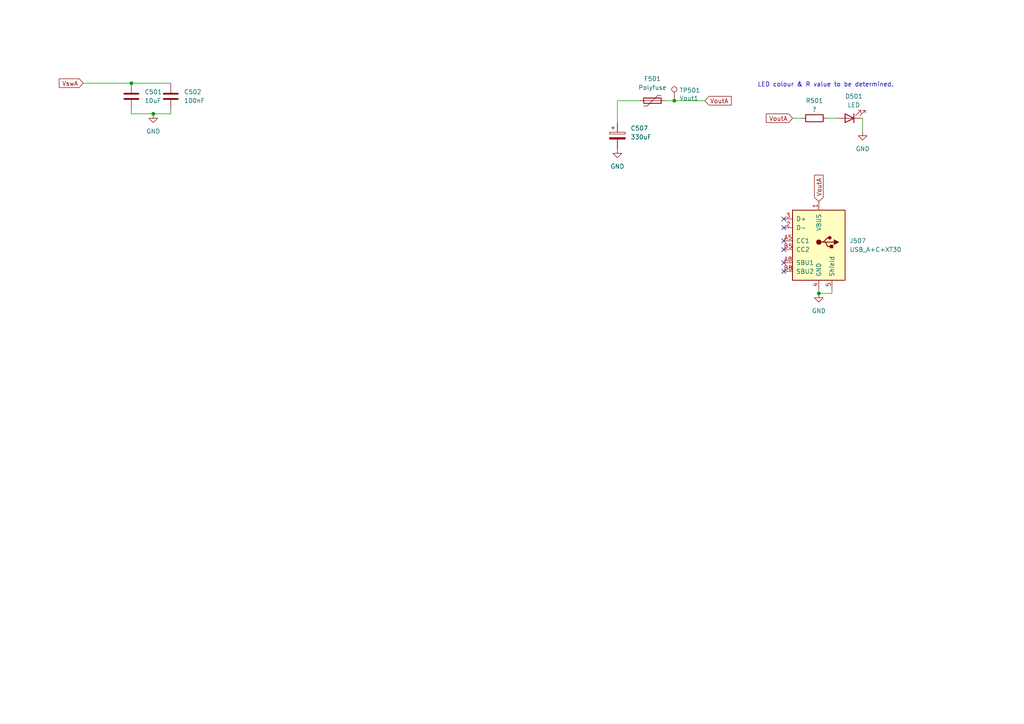
<source format=kicad_sch>
(kicad_sch (version 20211123) (generator eeschema)
  (paper "A4")
  (title_block (title "TPS540x Circuit A") (date "2024-04-01") (rev "1.0.0") (company "Scott A. Miller") (comment 1 "Don't forget to choose your output connector..."))
  (lib_symbols
    (symbol "Connector:TestPoint" (pin_numbers hide) (pin_names (offset 0.762) hide)
      (property "Reference" "TP" (at 0 6.858 0))
      (property "Value" "TestPoint" (at 0 5.08 0))
      (symbol "TestPoint_0_1"
        (circle (center 0 3.302) (radius 0.762))
      )
      (symbol "TestPoint_1_1"
        (pin passive line (at 0 0 90) (length 2.54) (name "1") (number "1"))
      )
    )
    (symbol "Device:C" (pin_numbers hide) (pin_names (offset 0.254))
      (property "Reference" "C" (at 0.635 2.54 0))
      (property "Value" "C" (at 0.635 -2.54 0))
      (symbol "C_0_1"
        (polyline (pts (xy -2.032 -0.762) (xy 2.032 -0.762)) (stroke (width 0.508)))
        (polyline (pts (xy -2.032 0.762) (xy 2.032 0.762)) (stroke (width 0.508)))
      )
      (symbol "C_1_1"
        (pin passive line (at 0 3.81 270) (length 2.794) (name "~") (number "1"))
        (pin passive line (at 0 -3.81 90) (length 2.794) (name "~") (number "2"))
      )
    )
    (symbol "Device:C_Polarized" (pin_numbers hide) (pin_names (offset 0.254))
      (property "Reference" "C" (at 0.635 2.54 0))
      (property "Value" "C_Polarized" (at 0.635 -2.54 0))
      (symbol "C_Polarized_0_1"
        (rectangle (start -2.286 0.508) (end 2.286 1.016))
        (polyline (pts (xy -1.778 2.286) (xy -0.762 2.286)))
        (polyline (pts (xy -1.27 2.794) (xy -1.27 1.778)))
        (rectangle (start 2.286 -0.508) (end -2.286 -1.016) (fill (type outline)))
      )
      (symbol "C_Polarized_1_1"
        (pin passive line (at 0 3.81 270) (length 2.794) (name "~") (number "1"))
        (pin passive line (at 0 -3.81 90) (length 2.794) (name "~") (number "2"))
      )
    )
    (symbol "Device:LED" (pin_numbers hide) (pin_names (offset 1.016) hide)
      (property "Reference" "D" (at 0 2.54 0))
      (property "Value" "LED" (at 0 -2.54 0))
      (symbol "LED_0_1"
        (polyline (pts (xy -1.27 -1.27) (xy -1.27 1.27)) (stroke (width 0.254)))
        (polyline (pts (xy -1.27 0) (xy 1.27 0)))
        (polyline (pts (xy 1.27 -1.27) (xy 1.27 1.27) (xy -1.27 0) (xy 1.27 -1.27)) (stroke (width 0.254)))
        (polyline (pts (xy -3.048 -0.762) (xy -4.572 -2.286) (xy -3.81 -2.286) (xy -4.572 -2.286) (xy -4.572 -1.524)))
        (polyline (pts (xy -1.778 -0.762) (xy -3.302 -2.286) (xy -2.54 -2.286) (xy -3.302 -2.286) (xy -3.302 -1.524)))
      )
      (symbol "LED_1_1"
        (pin passive line (at -3.81 0 0) (length 2.54) (name "K") (number "1"))
        (pin passive line (at 3.81 0 180) (length 2.54) (name "A") (number "2"))
      )
    )
    (symbol "Device:Polyfuse" (pin_numbers hide) (pin_names (offset 0))
      (property "Reference" "F" (at -2.54 0 90))
      (property "Value" "Polyfuse" (at 2.54 0 90))
      (symbol "Polyfuse_0_1"
        (rectangle (start -0.762 2.54) (end 0.762 -2.54) (stroke (width 0.254)))
        (polyline (pts (xy 0 2.54) (xy 0 -2.54)))
        (polyline (pts (xy -1.524 2.54) (xy -1.524 1.524) (xy 1.524 -1.524) (xy 1.524 -2.54)))
      )
      (symbol "Polyfuse_1_1"
        (pin passive line (at 0 3.81 270) (length 1.27) (name "~") (number "1"))
        (pin passive line (at 0 -3.81 90) (length 1.27) (name "~") (number "2"))
      )
    )
    (symbol "Device:R" (pin_numbers hide) (pin_names (offset 0))
      (property "Reference" "R" (at 2.032 0 90))
      (property "Value" "R" (at 0 0 90))
      (symbol "R_0_1"
        (rectangle (start -1.016 -2.54) (end 1.016 2.54) (stroke (width 0.254)))
      )
      (symbol "R_1_1"
        (pin passive line (at 0 3.81 270) (length 1.27) (name "~") (number "1"))
        (pin passive line (at 0 -3.81 90) (length 1.27) (name "~") (number "2"))
      )
    )
    (symbol "power:GND" (power) (pin_names (offset 0))
      (property "Value" "GND" (at 0 -3.81 0))
      (symbol "GND_0_1"
        (polyline (pts (xy 0 0) (xy 0 -1.27) (xy 1.27 -1.27) (xy 0 -2.54) (xy -1.27 -1.27) (xy 0 -1.27)))
      )
      (symbol "GND_1_1"
        (pin power_in line (at 0 0 270) (length 0) hide (name "GND") (number "1"))
      )
    )
    (symbol "tinker:USB_A+C+XT30" (pin_names (offset 1.016))
      (property "Reference" "J" (at -7.62 15.24 0))
      (property "Value" "USB_A+C+XT30" (at -2.54 12.7 0))
      (symbol "USB_A+C+XT30_0_1"
        (rectangle (start -7.62 10.16) (end 7.62 -10.16) (stroke (width 0.254)) (fill (type background)))
        (polyline (pts (xy 0.635 0.889) (xy 1.27 0.889) (xy 2.54 2.159) (xy 3.175 2.159)) (stroke (width 0.254)))
        (polyline (pts (xy 1.27 0.889) (xy 1.905 0.889) (xy 2.54 -0.381) (xy 3.81 -0.381)) (stroke (width 0.254)))
        (polyline (pts (xy 4.445 1.524) (xy 4.445 0.254) (xy 5.715 0.889) (xy 4.445 1.524)) (stroke (width 0.254)) (fill (type outline)))
        (circle (center 0 0.889) (radius 0.635) (stroke (width 0.254)) (fill (type outline)))
        (circle (center 3.175 2.159) (radius 0.381) (stroke (width 0.254)) (fill (type outline)))
        (rectangle (start 4.064 0) (end 3.302 -0.762) (stroke (width 0.254)) (fill (type outline)))
      )
      (symbol "USB_A+C+XT30_1_1"
        (polyline (pts (xy 1.905 0.889) (xy 4.445 0.889)) (stroke (width 0.254)))
        (pin power_in line (at 0 12.7 270) (length 2.54) (name "VBUS") (number "1"))
        (pin bidirectional line (at -10.16 5.08 0) (length 2.54) (name "D-") (number "2"))
        (pin bidirectional line (at -10.16 7.62 0) (length 2.54) (name "D+") (number "3"))
        (pin power_in line (at 0 -12.7 90) (length 2.54) (name "GND") (number "4"))
        (pin passive line (at 3.81 -12.7 90) (length 2.54) (name "Shield") (number "5"))
        (pin bidirectional line (at -10.16 1.27 0) (length 2.54) (name "CC1") (number "A5"))
        (pin bidirectional line (at -10.16 -5.08 0) (length 2.54) (name "SBU1") (number "A8"))
        (pin bidirectional line (at -10.16 -1.27 0) (length 2.54) (name "CC2") (number "B5"))
        (pin bidirectional line (at -10.16 -7.62 0) (length 2.54) (name "SBU2") (number "B8"))
      )
    )
  )
  (junction (at 38.1 24.13))
  (junction (at 195.58 29.21))
  (junction (at 44.45 33.02))
  (junction (at 237.49 85.09))
  (no_connect (at 227.33 66.04))
  (no_connect (at 227.33 78.74))
  (no_connect (at 227.33 69.85))
  (no_connect (at 227.33 76.2))
  (no_connect (at 227.33 72.39))
  (no_connect (at 227.33 63.5))
  (wire (pts (xy 38.1 24.13) (xy 49.53 24.13)))
  (wire (pts (xy 24.13 24.13) (xy 38.1 24.13)))
  (wire (pts (xy 241.3 83.82) (xy 241.3 85.09)))
  (wire (pts (xy 240.03 34.29) (xy 242.57 34.29)))
  (wire (pts (xy 179.07 29.21) (xy 179.07 35.56)))
  (wire (pts (xy 250.19 34.29) (xy 250.19 38.1)))
  (wire (pts (xy 49.53 33.02) (xy 49.53 31.75)))
  (wire (pts (xy 237.49 83.82) (xy 237.49 85.09)))
  (wire (pts (xy 38.1 31.75) (xy 38.1 33.02)))
  (wire (pts (xy 229.87 34.29) (xy 232.41 34.29)))
  (wire (pts (xy 44.45 33.02) (xy 49.53 33.02)))
  (wire (pts (xy 241.3 85.09) (xy 237.49 85.09)))
  (wire (pts (xy 193.04 29.21) (xy 195.58 29.21)))
  (wire (pts (xy 38.1 33.02) (xy 44.45 33.02)))
  (wire (pts (xy 195.58 29.21) (xy 204.47 29.21)))
  (wire (pts (xy 179.07 29.21) (xy 185.42 29.21)))
  (text "LED colour & R value to be determined." (at 219.71 25.4 0) (effects (font (size 1.27 1.27)) (justify left bottom)))
  (global_label "VoutA" (shape input) (at 237.49 58.42 90) (property "Intersheet References" "${INTERSHEET_REFS}" (effects hide)))
  (global_label "VoutA" (shape input) (at 204.47 29.21 0) (property "Intersheet References" "${INTERSHEET_REFS}" (effects hide)))
  (global_label "VoutA" (shape input) (at 229.87 34.29 180) (property "Intersheet References" "${INTERSHEET_REFS}" (effects hide)))
  (global_label "VswA" (shape input) (at 24.13 24.13 180) (property "Intersheet References" "${INTERSHEET_REFS}" (effects hide)))
  (symbol (lib_id "Device:C") (at 49.53 27.94 0) (unit 1) (in_bom no) (on_board no)
    (property "Reference" "C502" (at 53.34 26.6699 0) (effects (justify left)))
    (property "Value" "100nF" (at 53.34 29.2099 0) (effects (justify left)))
    (property "Footprint" "Capacitor_SMD:C_0603_1608Metric" (effects hide))
    (property "LCSC" "C14663" (effects hide))
  )
  (symbol (lib_id "Device:C") (at 38.1 27.94 0) (unit 1) (in_bom no) (on_board no)
    (property "Reference" "C501" (at 41.91 26.6699 0) (effects (justify left)))
    (property "Value" "10uF" (at 41.91 29.2099 0) (effects (justify left)))
    (property "Footprint" "Capacitor_SMD:C_1206_3216Metric" (effects hide))
    (property "LCSC" "C13585" (effects hide))
  )
  (symbol (lib_id "power:GND") (at 179.07 43.18 0) (unit 1)
    (property "Reference" "#PWR0107" (effects hide))
    (property "Value" "GND" (at 179.07 48.26 0))
  )
  (symbol (lib_id "Device:Polyfuse") (at 189.23 29.21 90) (unit 1)
    (property "Reference" "F501" (at 189.23 22.86 90))
    (property "Value" "Polyfuse" (at 189.23 25.4 90))
    (property "Footprint" "tinker:F1206" (effects hide))
    (property "Datasheet" "https://www.lcsc.com/datasheet/lcsc_datasheet_2305121424_BHFUSE-BSMD1206L-260_C960020.pdf" (effects hide))
    (property "LCSC" "C883134" (effects hide))
    (property "Field5" "BHFuse BSMD1206 family" (effects hide))
    (property "Field6" "https://www.lcsc.com/products/Resettable-Fuses_11042.html?keyword=BSMD1206" (effects hide))
  )
  (symbol (lib_id "power:GND") (at 237.49 85.09 0) (unit 1)
    (property "Reference" "#PWR0117" (effects hide))
    (property "Value" "GND" (at 237.49 90.17 0))
  )
  (symbol (lib_id "power:GND") (at 250.19 38.1 0) (unit 1)
    (property "Reference" "#PWR0109" (effects hide))
    (property "Value" "GND" (at 250.19 43.18 0))
  )
  (symbol (lib_id "Connector:TestPoint") (at 195.58 29.21 0) (unit 1) (in_bom no)
    (property "Reference" "TP501" (at 197.0532 26.2128 0) (effects (justify left)))
    (property "Value" "Vout1" (at 197.0532 28.5242 0) (effects (justify left)))
    (property "Footprint" "tinker:TestPoint_THTPad_D1.0mm_Drill0.5mm" (effects hide))
  )
  (symbol (lib_id "tinker:USB_A+C+XT30") (at 237.49 71.12 0) (unit 1)
    (property "Reference" "J507" (at 246.38 69.8499 0) (effects (justify left)))
    (property "Value" "USB_A+C+XT30" (at 246.38 72.3899 0) (effects (justify left)))
    (property "Footprint" "tinker:USB_A+C+XT30" (effects hide))
    (property "Datasheet" " ~" (effects hide))
    (property "LCSC" "A-(C6389922) C-(C2765186) XT30-(C2913282)" (effects hide))
  )
  (symbol (lib_id "power:GND") (at 44.45 33.02 0) (unit 1)
    (property "Reference" "#PWR0502" (effects hide))
    (property "Value" "GND" (at 44.45 38.1 0))
  )
  (symbol (lib_id "Device:R") (at 236.22 34.29 90) (unit 1)
    (property "Reference" "R501" (at 236.22 29.21 90))
    (property "Value" "?" (at 236.22 31.75 90))
    (property "Footprint" "Resistor_SMD:R_0603_1608Metric" (effects hide))
  )
  (symbol (lib_id "Device:LED") (at 246.38 34.29 180) (unit 1)
    (property "Reference" "D501" (at 247.65 27.94 0))
    (property "Value" "LED" (at 247.65 30.48 0))
    (property "Footprint" "LED_SMD:LED_0603_1608Metric" (effects hide))
  )
  (symbol (lib_id "Device:C_Polarized") (at 179.07 39.37 0) (unit 1) (in_bom no) (on_board no)
    (property "Reference" "C507" (at 182.88 37.2109 0) (effects (justify left)))
    (property "Value" "330uF" (at 182.88 39.7509 0) (effects (justify left)))
    (property "Footprint" "Capacitor_SMD:CP_Elec_8x10" (effects hide))
    (property "LCSC" "C178599" (effects hide))
  )
)
</source>
